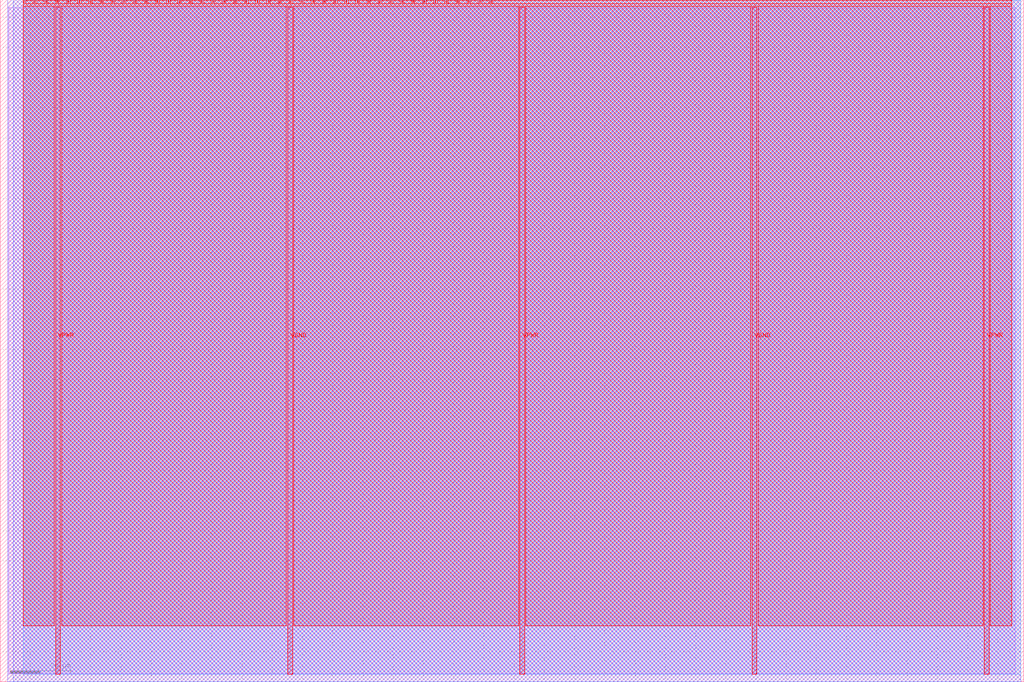
<source format=lef>
VERSION 5.7 ;
  NOWIREEXTENSIONATPIN ON ;
  DIVIDERCHAR "/" ;
  BUSBITCHARS "[]" ;
MACRO tt_um_dlmiles_tt04_poc_usbdev
  CLASS BLOCK ;
  FOREIGN tt_um_dlmiles_tt04_poc_usbdev ;
  ORIGIN 0.000 0.000 ;
  SIZE 338.560 BY 225.760 ;
  PIN VGND
    DIRECTION INOUT ;
    USE GROUND ;
    PORT
      LAYER met4 ;
        RECT 95.080 2.480 96.680 223.280 ;
    END
    PORT
      LAYER met4 ;
        RECT 248.680 2.480 250.280 223.280 ;
    END
  END VGND
  PIN VPWR
    DIRECTION INOUT ;
    USE POWER ;
    PORT
      LAYER met4 ;
        RECT 18.280 2.480 19.880 223.280 ;
    END
    PORT
      LAYER met4 ;
        RECT 171.880 2.480 173.480 223.280 ;
    END
    PORT
      LAYER met4 ;
        RECT 325.480 2.480 327.080 223.280 ;
    END
  END VPWR
  PIN clk
    DIRECTION INPUT ;
    USE SIGNAL ;
    ANTENNAGATEAREA 0.852000 ;
    PORT
      LAYER met4 ;
        RECT 158.550 224.760 158.850 225.760 ;
    END
  END clk
  PIN ena
    DIRECTION INPUT ;
    USE SIGNAL ;
    PORT
      LAYER met4 ;
        RECT 162.230 224.760 162.530 225.760 ;
    END
  END ena
  PIN rst_n
    DIRECTION INPUT ;
    USE SIGNAL ;
    ANTENNAGATEAREA 0.213000 ;
    PORT
      LAYER met4 ;
        RECT 154.870 224.760 155.170 225.760 ;
    END
  END rst_n
  PIN ui_in[0]
    DIRECTION INPUT ;
    USE SIGNAL ;
    ANTENNAGATEAREA 0.196500 ;
    PORT
      LAYER met4 ;
        RECT 151.190 224.760 151.490 225.760 ;
    END
  END ui_in[0]
  PIN ui_in[1]
    DIRECTION INPUT ;
    USE SIGNAL ;
    ANTENNAGATEAREA 0.159000 ;
    PORT
      LAYER met4 ;
        RECT 147.510 224.760 147.810 225.760 ;
    END
  END ui_in[1]
  PIN ui_in[2]
    DIRECTION INPUT ;
    USE SIGNAL ;
    ANTENNAGATEAREA 0.213000 ;
    PORT
      LAYER met4 ;
        RECT 143.830 224.760 144.130 225.760 ;
    END
  END ui_in[2]
  PIN ui_in[3]
    DIRECTION INPUT ;
    USE SIGNAL ;
    ANTENNAGATEAREA 0.159000 ;
    PORT
      LAYER met4 ;
        RECT 140.150 224.760 140.450 225.760 ;
    END
  END ui_in[3]
  PIN ui_in[4]
    DIRECTION INPUT ;
    USE SIGNAL ;
    ANTENNAGATEAREA 0.213000 ;
    PORT
      LAYER met4 ;
        RECT 136.470 224.760 136.770 225.760 ;
    END
  END ui_in[4]
  PIN ui_in[5]
    DIRECTION INPUT ;
    USE SIGNAL ;
    ANTENNAGATEAREA 0.213000 ;
    PORT
      LAYER met4 ;
        RECT 132.790 224.760 133.090 225.760 ;
    END
  END ui_in[5]
  PIN ui_in[6]
    DIRECTION INPUT ;
    USE SIGNAL ;
    ANTENNAGATEAREA 0.159000 ;
    PORT
      LAYER met4 ;
        RECT 129.110 224.760 129.410 225.760 ;
    END
  END ui_in[6]
  PIN ui_in[7]
    DIRECTION INPUT ;
    USE SIGNAL ;
    ANTENNAGATEAREA 0.159000 ;
    PORT
      LAYER met4 ;
        RECT 125.430 224.760 125.730 225.760 ;
    END
  END ui_in[7]
  PIN uio_in[0]
    DIRECTION INPUT ;
    USE SIGNAL ;
    ANTENNAGATEAREA 0.196500 ;
    PORT
      LAYER met4 ;
        RECT 121.750 224.760 122.050 225.760 ;
    END
  END uio_in[0]
  PIN uio_in[1]
    DIRECTION INPUT ;
    USE SIGNAL ;
    ANTENNAGATEAREA 0.196500 ;
    PORT
      LAYER met4 ;
        RECT 118.070 224.760 118.370 225.760 ;
    END
  END uio_in[1]
  PIN uio_in[2]
    DIRECTION INPUT ;
    USE SIGNAL ;
    PORT
      LAYER met4 ;
        RECT 114.390 224.760 114.690 225.760 ;
    END
  END uio_in[2]
  PIN uio_in[3]
    DIRECTION INPUT ;
    USE SIGNAL ;
    ANTENNAGATEAREA 0.196500 ;
    PORT
      LAYER met4 ;
        RECT 110.710 224.760 111.010 225.760 ;
    END
  END uio_in[3]
  PIN uio_in[4]
    DIRECTION INPUT ;
    USE SIGNAL ;
    PORT
      LAYER met4 ;
        RECT 107.030 224.760 107.330 225.760 ;
    END
  END uio_in[4]
  PIN uio_in[5]
    DIRECTION INPUT ;
    USE SIGNAL ;
    ANTENNAGATEAREA 0.159000 ;
    PORT
      LAYER met4 ;
        RECT 103.350 224.760 103.650 225.760 ;
    END
  END uio_in[5]
  PIN uio_in[6]
    DIRECTION INPUT ;
    USE SIGNAL ;
    ANTENNAGATEAREA 0.213000 ;
    PORT
      LAYER met4 ;
        RECT 99.670 224.760 99.970 225.760 ;
    END
  END uio_in[6]
  PIN uio_in[7]
    DIRECTION INPUT ;
    USE SIGNAL ;
    ANTENNAGATEAREA 0.213000 ;
    PORT
      LAYER met4 ;
        RECT 95.990 224.760 96.290 225.760 ;
    END
  END uio_in[7]
  PIN uio_oe[0]
    DIRECTION OUTPUT TRISTATE ;
    USE SIGNAL ;
    ANTENNADIFFAREA 0.795200 ;
    PORT
      LAYER met4 ;
        RECT 33.430 224.760 33.730 225.760 ;
    END
  END uio_oe[0]
  PIN uio_oe[1]
    DIRECTION OUTPUT TRISTATE ;
    USE SIGNAL ;
    ANTENNADIFFAREA 0.445500 ;
    PORT
      LAYER met4 ;
        RECT 29.750 224.760 30.050 225.760 ;
    END
  END uio_oe[1]
  PIN uio_oe[2]
    DIRECTION OUTPUT TRISTATE ;
    USE SIGNAL ;
    PORT
      LAYER met4 ;
        RECT 26.070 224.760 26.370 225.760 ;
    END
  END uio_oe[2]
  PIN uio_oe[3]
    DIRECTION OUTPUT TRISTATE ;
    USE SIGNAL ;
    PORT
      LAYER met4 ;
        RECT 22.390 224.760 22.690 225.760 ;
    END
  END uio_oe[3]
  PIN uio_oe[4]
    DIRECTION OUTPUT TRISTATE ;
    USE SIGNAL ;
    PORT
      LAYER met4 ;
        RECT 18.710 224.760 19.010 225.760 ;
    END
  END uio_oe[4]
  PIN uio_oe[5]
    DIRECTION OUTPUT TRISTATE ;
    USE SIGNAL ;
    PORT
      LAYER met4 ;
        RECT 15.030 224.760 15.330 225.760 ;
    END
  END uio_oe[5]
  PIN uio_oe[6]
    DIRECTION OUTPUT TRISTATE ;
    USE SIGNAL ;
    PORT
      LAYER met4 ;
        RECT 11.350 224.760 11.650 225.760 ;
    END
  END uio_oe[6]
  PIN uio_oe[7]
    DIRECTION OUTPUT TRISTATE ;
    USE SIGNAL ;
    PORT
      LAYER met4 ;
        RECT 7.670 224.760 7.970 225.760 ;
    END
  END uio_oe[7]
  PIN uio_out[0]
    DIRECTION OUTPUT TRISTATE ;
    USE SIGNAL ;
    ANTENNADIFFAREA 0.795200 ;
    PORT
      LAYER met4 ;
        RECT 62.870 224.760 63.170 225.760 ;
    END
  END uio_out[0]
  PIN uio_out[1]
    DIRECTION OUTPUT TRISTATE ;
    USE SIGNAL ;
    ANTENNADIFFAREA 0.795200 ;
    PORT
      LAYER met4 ;
        RECT 59.190 224.760 59.490 225.760 ;
    END
  END uio_out[1]
  PIN uio_out[2]
    DIRECTION OUTPUT TRISTATE ;
    USE SIGNAL ;
    ANTENNADIFFAREA 0.795200 ;
    PORT
      LAYER met4 ;
        RECT 55.510 224.760 55.810 225.760 ;
    END
  END uio_out[2]
  PIN uio_out[3]
    DIRECTION OUTPUT TRISTATE ;
    USE SIGNAL ;
    PORT
      LAYER met4 ;
        RECT 51.830 224.760 52.130 225.760 ;
    END
  END uio_out[3]
  PIN uio_out[4]
    DIRECTION OUTPUT TRISTATE ;
    USE SIGNAL ;
    ANTENNADIFFAREA 0.891000 ;
    PORT
      LAYER met4 ;
        RECT 48.150 224.760 48.450 225.760 ;
    END
  END uio_out[4]
  PIN uio_out[5]
    DIRECTION OUTPUT TRISTATE ;
    USE SIGNAL ;
    PORT
      LAYER met4 ;
        RECT 44.470 224.760 44.770 225.760 ;
    END
  END uio_out[5]
  PIN uio_out[6]
    DIRECTION OUTPUT TRISTATE ;
    USE SIGNAL ;
    PORT
      LAYER met4 ;
        RECT 40.790 224.760 41.090 225.760 ;
    END
  END uio_out[6]
  PIN uio_out[7]
    DIRECTION OUTPUT TRISTATE ;
    USE SIGNAL ;
    PORT
      LAYER met4 ;
        RECT 37.110 224.760 37.410 225.760 ;
    END
  END uio_out[7]
  PIN uo_out[0]
    DIRECTION OUTPUT TRISTATE ;
    USE SIGNAL ;
    ANTENNAGATEAREA 0.126000 ;
    ANTENNADIFFAREA 0.891000 ;
    PORT
      LAYER met4 ;
        RECT 92.310 224.760 92.610 225.760 ;
    END
  END uo_out[0]
  PIN uo_out[1]
    DIRECTION OUTPUT TRISTATE ;
    USE SIGNAL ;
    ANTENNAGATEAREA 0.126000 ;
    ANTENNADIFFAREA 0.891000 ;
    PORT
      LAYER met4 ;
        RECT 88.630 224.760 88.930 225.760 ;
    END
  END uo_out[1]
  PIN uo_out[2]
    DIRECTION OUTPUT TRISTATE ;
    USE SIGNAL ;
    ANTENNAGATEAREA 0.126000 ;
    ANTENNADIFFAREA 0.891000 ;
    PORT
      LAYER met4 ;
        RECT 84.950 224.760 85.250 225.760 ;
    END
  END uo_out[2]
  PIN uo_out[3]
    DIRECTION OUTPUT TRISTATE ;
    USE SIGNAL ;
    ANTENNAGATEAREA 0.247500 ;
    ANTENNADIFFAREA 0.891000 ;
    PORT
      LAYER met4 ;
        RECT 81.270 224.760 81.570 225.760 ;
    END
  END uo_out[3]
  PIN uo_out[4]
    DIRECTION OUTPUT TRISTATE ;
    USE SIGNAL ;
    ANTENNAGATEAREA 0.126000 ;
    ANTENNADIFFAREA 2.629800 ;
    PORT
      LAYER met4 ;
        RECT 77.590 224.760 77.890 225.760 ;
    END
  END uo_out[4]
  PIN uo_out[5]
    DIRECTION OUTPUT TRISTATE ;
    USE SIGNAL ;
    ANTENNAGATEAREA 0.126000 ;
    ANTENNADIFFAREA 0.891000 ;
    PORT
      LAYER met4 ;
        RECT 73.910 224.760 74.210 225.760 ;
    END
  END uo_out[5]
  PIN uo_out[6]
    DIRECTION OUTPUT TRISTATE ;
    USE SIGNAL ;
    ANTENNAGATEAREA 0.126000 ;
    ANTENNADIFFAREA 1.325700 ;
    PORT
      LAYER met4 ;
        RECT 70.230 224.760 70.530 225.760 ;
    END
  END uo_out[6]
  PIN uo_out[7]
    DIRECTION OUTPUT TRISTATE ;
    USE SIGNAL ;
    ANTENNAGATEAREA 0.126000 ;
    ANTENNADIFFAREA 0.891000 ;
    PORT
      LAYER met4 ;
        RECT 66.550 224.760 66.850 225.760 ;
    END
  END uo_out[7]
  OBS
      LAYER li1 ;
        RECT 2.760 2.635 335.800 223.125 ;
      LAYER met1 ;
        RECT 2.460 0.040 337.570 225.720 ;
      LAYER met2 ;
        RECT 4.240 0.010 337.550 225.750 ;
      LAYER met3 ;
        RECT 7.630 2.555 337.575 225.585 ;
      LAYER met4 ;
        RECT 8.370 224.360 10.950 225.585 ;
        RECT 12.050 224.360 14.630 225.585 ;
        RECT 15.730 224.360 18.310 225.585 ;
        RECT 19.410 224.360 21.990 225.585 ;
        RECT 23.090 224.360 25.670 225.585 ;
        RECT 26.770 224.360 29.350 225.585 ;
        RECT 30.450 224.360 33.030 225.585 ;
        RECT 34.130 224.360 36.710 225.585 ;
        RECT 37.810 224.360 40.390 225.585 ;
        RECT 41.490 224.360 44.070 225.585 ;
        RECT 45.170 224.360 47.750 225.585 ;
        RECT 48.850 224.360 51.430 225.585 ;
        RECT 52.530 224.360 55.110 225.585 ;
        RECT 56.210 224.360 58.790 225.585 ;
        RECT 59.890 224.360 62.470 225.585 ;
        RECT 63.570 224.360 66.150 225.585 ;
        RECT 67.250 224.360 69.830 225.585 ;
        RECT 70.930 224.360 73.510 225.585 ;
        RECT 74.610 224.360 77.190 225.585 ;
        RECT 78.290 224.360 80.870 225.585 ;
        RECT 81.970 224.360 84.550 225.585 ;
        RECT 85.650 224.360 88.230 225.585 ;
        RECT 89.330 224.360 91.910 225.585 ;
        RECT 93.010 224.360 95.590 225.585 ;
        RECT 96.690 224.360 99.270 225.585 ;
        RECT 100.370 224.360 102.950 225.585 ;
        RECT 104.050 224.360 106.630 225.585 ;
        RECT 107.730 224.360 110.310 225.585 ;
        RECT 111.410 224.360 113.990 225.585 ;
        RECT 115.090 224.360 117.670 225.585 ;
        RECT 118.770 224.360 121.350 225.585 ;
        RECT 122.450 224.360 125.030 225.585 ;
        RECT 126.130 224.360 128.710 225.585 ;
        RECT 129.810 224.360 132.390 225.585 ;
        RECT 133.490 224.360 136.070 225.585 ;
        RECT 137.170 224.360 139.750 225.585 ;
        RECT 140.850 224.360 143.430 225.585 ;
        RECT 144.530 224.360 147.110 225.585 ;
        RECT 148.210 224.360 150.790 225.585 ;
        RECT 151.890 224.360 154.470 225.585 ;
        RECT 155.570 224.360 158.150 225.585 ;
        RECT 159.250 224.360 161.830 225.585 ;
        RECT 162.930 224.360 334.585 225.585 ;
        RECT 7.655 223.680 334.585 224.360 ;
        RECT 7.655 18.535 17.880 223.680 ;
        RECT 20.280 18.535 94.680 223.680 ;
        RECT 97.080 18.535 171.480 223.680 ;
        RECT 173.880 18.535 248.280 223.680 ;
        RECT 250.680 18.535 325.080 223.680 ;
        RECT 327.480 18.535 334.585 223.680 ;
  END
END tt_um_dlmiles_tt04_poc_usbdev
END LIBRARY


</source>
